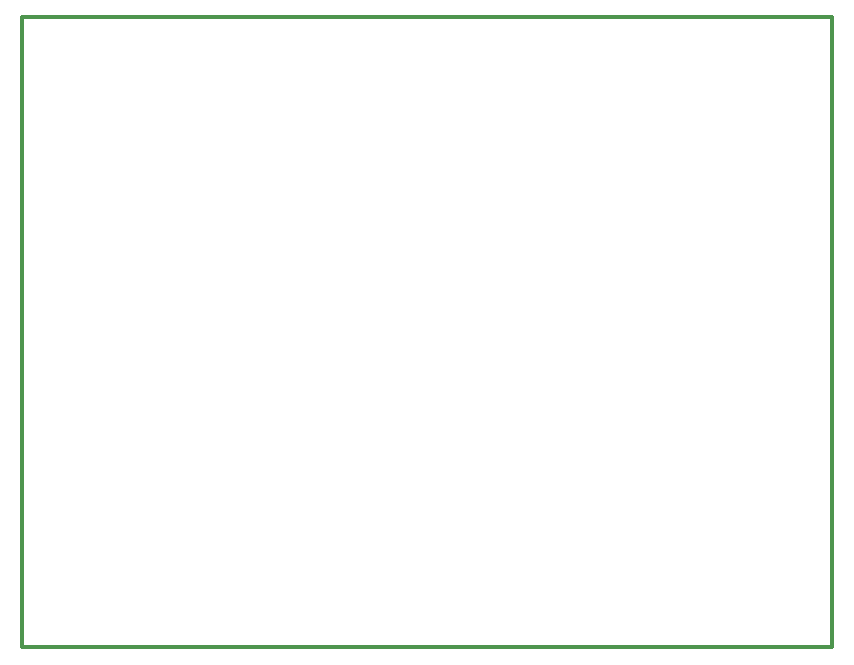
<source format=gko>
G04*
G04 #@! TF.GenerationSoftware,Altium Limited,Altium Designer,18.0.7 (293)*
G04*
G04 Layer_Color=16711935*
%FSLAX25Y25*%
%MOIN*%
G70*
G01*
G75*
%ADD70C,0.01181*%
D70*
X-197Y0D02*
Y210000D01*
X269803D01*
Y0D02*
Y210000D01*
X-197Y0D02*
X269803D01*
M02*

</source>
